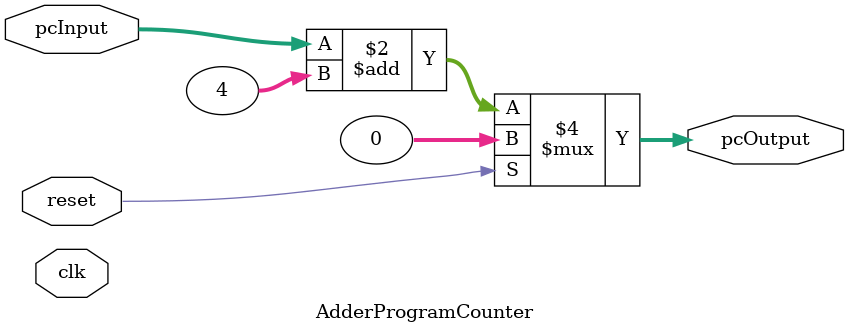
<source format=sv>
module AdderProgramCounter(
    input bit clk,
    input bit reset,
    input bit [31:0] pcInput,
    output bit [31:0] pcOutput
);

always_comb begin

    if(reset) begin
        pcOutput <= 0;
    end

    else begin
        pcOutput <= pcInput + 4;
    end
    
end

endmodule
</source>
